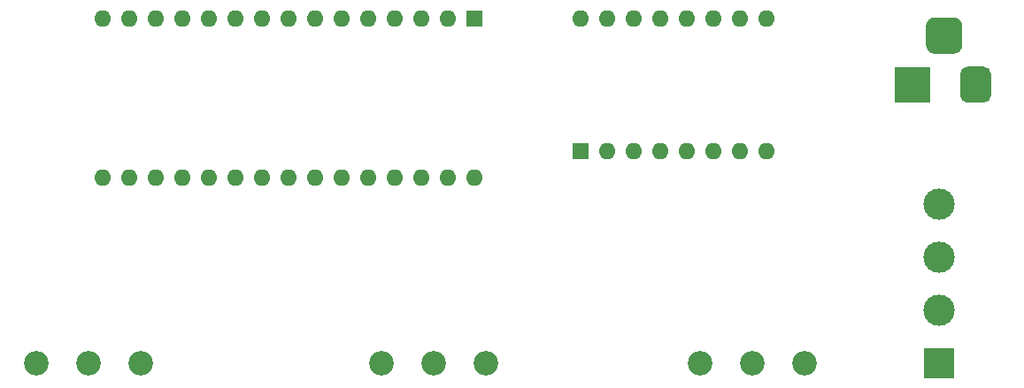
<source format=gbr>
%TF.GenerationSoftware,KiCad,Pcbnew,5.1.10-88a1d61d58~90~ubuntu20.04.1*%
%TF.CreationDate,2021-10-01T23:23:12+02:00*%
%TF.ProjectId,pcb_kicad,7063625f-6b69-4636-9164-2e6b69636164,rev?*%
%TF.SameCoordinates,Original*%
%TF.FileFunction,Soldermask,Bot*%
%TF.FilePolarity,Negative*%
%FSLAX46Y46*%
G04 Gerber Fmt 4.6, Leading zero omitted, Abs format (unit mm)*
G04 Created by KiCad (PCBNEW 5.1.10-88a1d61d58~90~ubuntu20.04.1) date 2021-10-01 23:23:12*
%MOMM*%
%LPD*%
G01*
G04 APERTURE LIST*
%ADD10C,2.340000*%
%ADD11C,3.000000*%
%ADD12R,3.000000X3.000000*%
%ADD13O,1.600000X1.600000*%
%ADD14R,1.600000X1.600000*%
%ADD15R,3.500000X3.500000*%
G04 APERTURE END LIST*
D10*
%TO.C,RV1*%
X72390000Y-97790000D03*
X77390000Y-97790000D03*
X82390000Y-97790000D03*
%TD*%
%TO.C,RV3*%
X135890000Y-97790000D03*
X140890000Y-97790000D03*
X145890000Y-97790000D03*
%TD*%
%TO.C,RV2*%
X105410000Y-97790000D03*
X110410000Y-97790000D03*
X115410000Y-97790000D03*
%TD*%
D11*
%TO.C,J2*%
X158750000Y-82550000D03*
D12*
X158750000Y-97790000D03*
D11*
X158750000Y-87630000D03*
X158750000Y-92710000D03*
%TD*%
D13*
%TO.C,Nano1*%
X78740000Y-80010000D03*
X78740000Y-64770000D03*
X114300000Y-80010000D03*
X81280000Y-64770000D03*
X111760000Y-80010000D03*
X83820000Y-64770000D03*
X109220000Y-80010000D03*
X86360000Y-64770000D03*
X106680000Y-80010000D03*
X88900000Y-64770000D03*
X104140000Y-80010000D03*
X91440000Y-64770000D03*
X101600000Y-80010000D03*
X93980000Y-64770000D03*
X99060000Y-80010000D03*
X96520000Y-64770000D03*
X96520000Y-80010000D03*
X99060000Y-64770000D03*
X93980000Y-80010000D03*
X101600000Y-64770000D03*
X91440000Y-80010000D03*
X104140000Y-64770000D03*
X88900000Y-80010000D03*
X106680000Y-64770000D03*
X86360000Y-80010000D03*
X109220000Y-64770000D03*
X83820000Y-80010000D03*
X111760000Y-64770000D03*
X81280000Y-80010000D03*
D14*
X114300000Y-64770000D03*
%TD*%
%TO.C,J1*%
G36*
G01*
X160960000Y-65545000D02*
X160960000Y-67295000D01*
G75*
G02*
X160085000Y-68170000I-875000J0D01*
G01*
X158335000Y-68170000D01*
G75*
G02*
X157460000Y-67295000I0J875000D01*
G01*
X157460000Y-65545000D01*
G75*
G02*
X158335000Y-64670000I875000J0D01*
G01*
X160085000Y-64670000D01*
G75*
G02*
X160960000Y-65545000I0J-875000D01*
G01*
G37*
G36*
G01*
X163710000Y-70120000D02*
X163710000Y-72120000D01*
G75*
G02*
X162960000Y-72870000I-750000J0D01*
G01*
X161460000Y-72870000D01*
G75*
G02*
X160710000Y-72120000I0J750000D01*
G01*
X160710000Y-70120000D01*
G75*
G02*
X161460000Y-69370000I750000J0D01*
G01*
X162960000Y-69370000D01*
G75*
G02*
X163710000Y-70120000I0J-750000D01*
G01*
G37*
D15*
X156210000Y-71120000D03*
%TD*%
D13*
%TO.C,Driver1*%
X124460000Y-64770000D03*
X142240000Y-77470000D03*
X127000000Y-64770000D03*
X139700000Y-77470000D03*
X129540000Y-64770000D03*
X137160000Y-77470000D03*
X132080000Y-64770000D03*
X134620000Y-77470000D03*
X134620000Y-64770000D03*
X132080000Y-77470000D03*
X137160000Y-64770000D03*
X129540000Y-77470000D03*
X139700000Y-64770000D03*
X127000000Y-77470000D03*
X142240000Y-64770000D03*
D14*
X124460000Y-77470000D03*
%TD*%
M02*

</source>
